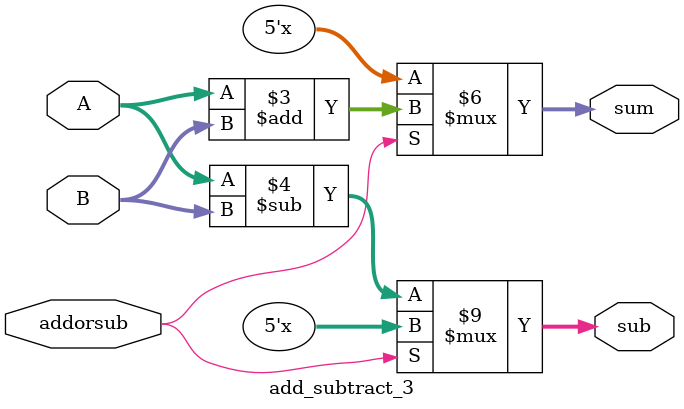
<source format=v>
`timescale 1ns / 1ps

module add_subtract_3(
    input wire [3:0] A,
    input wire [3:0] B,
    input wire addorsub,
    output reg [4:0] sum,
    output reg [4:0] sub
    );
    
    always @(*)begin
    
        if(addorsub==1'b1)
            begin
                 sum=A+B;
            end
        else 
            begin
                 sub=A-B;
            end
    end
 
endmodule

</source>
